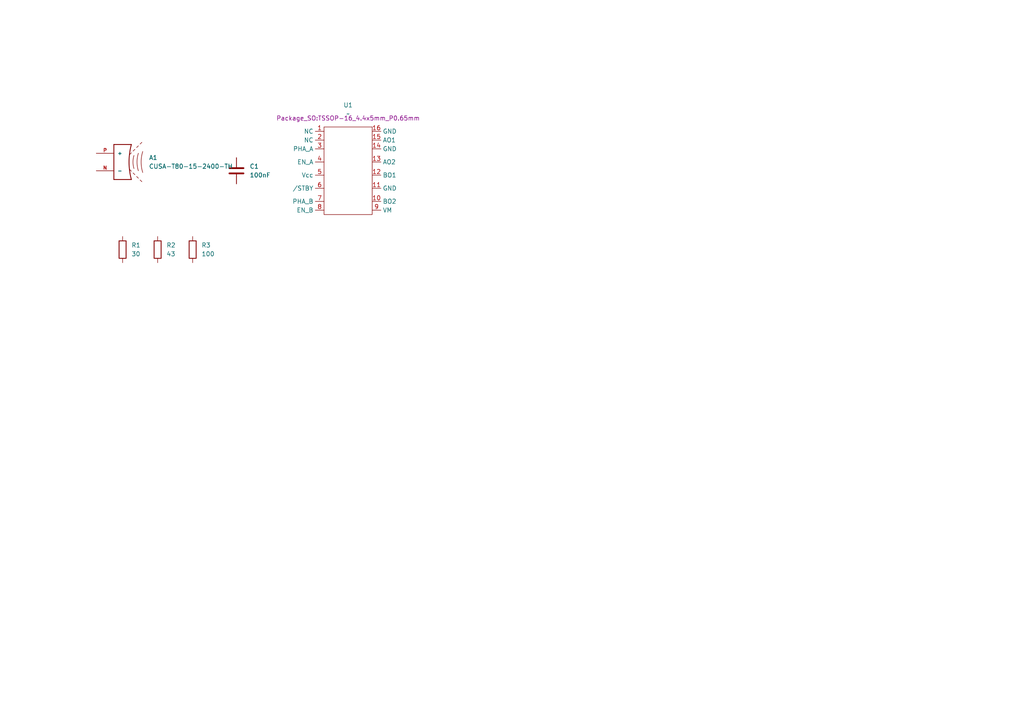
<source format=kicad_sch>
(kicad_sch (version 20250114) (generator "eeschema") (generator_version "9.0")
  (paper "A4")
  (lib_symbols
    (symbol "CUSA-T80-15-2400-TH:CUSA-T80-15-2400-TH" (pin_names (offset 1.016))
      (property "Reference" "A" (at -3.0988 6.604 0))
      (property "Value" "CUSA-T80-15-2400-TH" (at -3.556 -5.842 0))
      (symbol "CUSA-T80-15-2400-TH_0_0"
        (polyline (pts (xy -2.54 5.08) (xy 2.54 5.08)) (stroke (width 0.254)))
        (polyline (pts (xy -2.54 -5.08) (xy -2.54 5.08)) (stroke (width 0.254)))
        (polyline (pts (xy 2.032 2.159) (xy 2.54 2.667)) (stroke (width 0.1524)))
        (polyline (pts (xy 2.032 -2.159) (xy 2.54 -2.667)) (stroke (width 0.1524)))
        (polyline (pts (xy 2.54 -5.08) (xy -2.54 -5.08)) (stroke (width 0.254)))
        (polyline (pts (xy 3.048 3.175) (xy 3.556 3.683)) (stroke (width 0.1524)))
        (polyline (pts (xy 3.556 -3.683) (xy 3.048 -3.175)) (stroke (width 0.1524)))
        (polyline (pts (xy 4.064 4.191) (xy 4.572 4.699)) (stroke (width 0.1524)))
        (polyline (pts (xy 4.572 -4.699) (xy 4.064 -4.191)) (stroke (width 0.1524)))
        (polyline (pts (xy 5.08 5.207) (xy 5.588 5.715)) (stroke (width 0.1524)))
        (polyline (pts (xy 5.588 -5.715) (xy 5.08 -5.207)) (stroke (width 0.1524)))
        (arc (start 3.302 -1.905) (mid 3.0088 0) (end 3.302 1.905) (stroke (width 0.1524)))
        (arc (start 4.572 -2.54) (mid 4.1812 0) (end 4.572 2.54) (stroke (width 0.1524)))
        (arc (start 5.842 -3.048) (mid 5.3729 0) (end 5.842 3.048) (stroke (width 0.1524)))
        (arc (start 2.54 -5.08) (mid 1.8712 0) (end 2.54 5.08) (stroke (width 0.254)))
        (pin passive line (at -7.62 2.54 0) (length 5.08) (name "+") (number "P"))
        (pin passive line (at -7.62 -2.54 0) (length 5.08) (name "-") (number "N"))
      )
    )
    (symbol "Device:C" (pin_numbers (hide yes)) (pin_names (offset 0.254))
      (property "Reference" "C" (at 0.635 2.54 0))
      (property "Value" "C" (at 0.635 -2.54 0))
      (symbol "C_0_1"
        (polyline (pts (xy -2.032 0.762) (xy 2.032 0.762)) (stroke (width 0.508)))
        (polyline (pts (xy -2.032 -0.762) (xy 2.032 -0.762)) (stroke (width 0.508)))
      )
      (symbol "C_1_1"
        (pin passive line (at 0 3.81 270) (length 2.794) (name "~") (number "1"))
        (pin passive line (at 0 -3.81 90) (length 2.794) (name "~") (number "2"))
      )
    )
    (symbol "Device:R" (pin_numbers (hide yes)) (pin_names (offset 0))
      (property "Reference" "R" (at 2.032 0 90))
      (property "Value" "R" (at 0 0 90))
      (symbol "R_0_1"
        (rectangle (start -1.016 -2.54) (end 1.016 2.54) (stroke (width 0.254)))
      )
      (symbol "R_1_1"
        (pin passive line (at 0 3.81 270) (length 1.27) (name "~") (number "1"))
        (pin passive line (at 0 -3.81 90) (length 1.27) (name "~") (number "2"))
      )
    )
    (symbol "custom_symbols:TC78H621FNG,EL"
      (property "Reference" "U" (at 0 0 0))
      (property "Footprint" "Package_SO:TSSOP-16_4.4x5mm_P0.65mm" (at 0 0 0))
      (symbol "TC78H621FNG,EL_0_1"
        (rectangle (start -6.35 26.67) (end 7.62 1.27))
      )
      (symbol "TC78H621FNG,EL_1_1"
        (pin passive line (at -6.35 25.4 180) (length 2.54) (name "NC") (number "1"))
        (pin passive line (at -6.35 22.86 180) (length 2.54) (name "NC") (number "2"))
        (pin input line (at -6.35 20.32 180) (length 2.54) (name "PHA_A") (number "3"))
        (pin input line (at -6.35 16.51 180) (length 2.54) (name "EN_A") (number "4"))
        (pin power_in line (at -6.35 12.7 180) (length 2.54) (name "Vcc") (number "5"))
        (pin input line (at -6.35 8.89 180) (length 2.54) (name "/STBY") (number "6"))
        (pin input line (at -6.35 5.08 180) (length 2.54) (name "PHA_B") (number "7"))
        (pin input line (at -6.35 2.54 180) (length 2.54) (name "EN_B") (number "8"))
        (pin power_in line (at 7.62 25.4 0) (length 2.54) (name "GND") (number "16"))
        (pin power_out line (at 7.62 22.86 0) (length 2.54) (name "AO1") (number "15"))
        (pin power_in line (at 7.62 20.32 0) (length 2.54) (name "GND") (number "14"))
        (pin power_out line (at 7.62 16.51 0) (length 2.54) (name "AO2") (number "13"))
        (pin power_out line (at 7.62 12.7 0) (length 2.54) (name "BO1") (number "12"))
        (pin power_in line (at 7.62 8.89 0) (length 2.54) (name "GND") (number "11"))
        (pin power_out line (at 7.62 5.08 0) (length 2.54) (name "BO2") (number "10"))
        (pin power_in line (at 7.62 2.54 0) (length 2.54) (name "VM") (number "9"))
      )
    )
  )
  (symbol (lib_id "custom_symbols:TC78H621FNG,EL") (at 100.33 63.5 0) (unit 1)
    (property "Reference" "U1" (at 100.965 30.48 0))
    (property "Value" "~" (at 100.965 33.02 0))
    (property "Footprint" "Package_SO:TSSOP-16_4.4x5mm_P0.65mm" (at 100.965 34.29 0))
  )
  (symbol (lib_id "Device:C") (at 68.58 49.53 0) (unit 1)
    (property "Reference" "C1" (at 72.39 48.2599 0) (effects (justify left)))
    (property "Value" "100nF" (at 72.39 50.7999 0) (effects (justify left)))
    (property "Footprint" "Capacitor_SMD:C_0805_2012Metric_Pad1.18x1.45mm_HandSolder" (effects (hide yes)))
    (property "Description" "Unpolarized capacitor" (effects (hide yes)))
  )
  (symbol (lib_id "Device:R") (at 35.56 72.39 0) (unit 1)
    (property "Reference" "R1" (at 38.1 71.1199 0) (effects (justify left)))
    (property "Value" "30" (at 38.1 73.6599 0) (effects (justify left)))
    (property "Footprint" "Resistor_SMD:R_0805_2012Metric_Pad1.20x1.40mm_HandSolder" (effects (hide yes)))
    (property "Description" "Resistor" (effects (hide yes)))
  )
  (symbol (lib_id "CUSA-T80-15-2400-TH:CUSA-T80-15-2400-TH") (at 35.56 46.99 0) (unit 1)
    (property "Reference" "A1" (at 43.18 45.7199 0) (effects (justify left)))
    (property "Value" "CUSA-T80-15-2400-TH" (at 43.18 48.2599 0) (effects (justify left)))
    (property "Footprint" "project_pcb_4_lib:XDCR_CUSA-T80-15-2400-TH" (effects (hide yes)))
    (property "MF" "Same Sky" (effects (hide yes)))
    (property "MAXIMUM_PACKAGE_HEIGHT" "7.3 mm" (effects (hide yes)))
    (property "Package" "None" (effects (hide yes)))
    (property "Price" "None" (effects (hide yes)))
    (property "Check_prices" "https://www.snapeda.com/parts/CUSA-T80-15-2400-TH/Same+Sky/view-part/?ref=eda" (effects (hide yes)))
    (property "STANDARD" "Manufacturer Recommendations" (effects (hide yes)))
    (property "PARTREV" "1.0" (effects (hide yes)))
    (property "SnapEDA_Link" "https://www.snapeda.com/parts/CUSA-T80-15-2400-TH/Same+Sky/view-part/?ref=snap" (effects (hide yes)))
    (property "MP" "CUSA-T80-15-2400-TH" (effects (hide yes)))
    (property "Description_1" "\n                        \n                            9.8 mm, 80 Vp-p, 80° Directivity, 0.2~15 m Range, 40 kHz, Through Hole, Ultrasonic Transmitter Sensor\n                        \n" (effects (hide yes)))
    (property "Availability" "In Stock" (effects (hide yes)))
    (property "MANUFACTURER" "CUI" (effects (hide yes)))
  )
  (symbol (lib_id "Device:R") (at 55.88 72.39 0) (unit 1)
    (property "Reference" "R3" (at 58.42 71.1199 0) (effects (justify left)))
    (property "Value" "100" (at 58.42 73.6599 0) (effects (justify left)))
    (property "Footprint" "Resistor_SMD:R_0805_2012Metric_Pad1.20x1.40mm_HandSolder" (effects (hide yes)))
    (property "Description" "Resistor" (effects (hide yes)))
  )
  (symbol (lib_id "Device:R") (at 45.72 72.39 0) (unit 1)
    (property "Reference" "R2" (at 48.26 71.1199 0) (effects (justify left)))
    (property "Value" "43" (at 48.26 73.6599 0) (effects (justify left)))
    (property "Footprint" "Resistor_SMD:R_0805_2012Metric_Pad1.20x1.40mm_HandSolder" (effects (hide yes)))
    (property "Description" "Resistor" (effects (hide yes)))
  )
)
</source>
